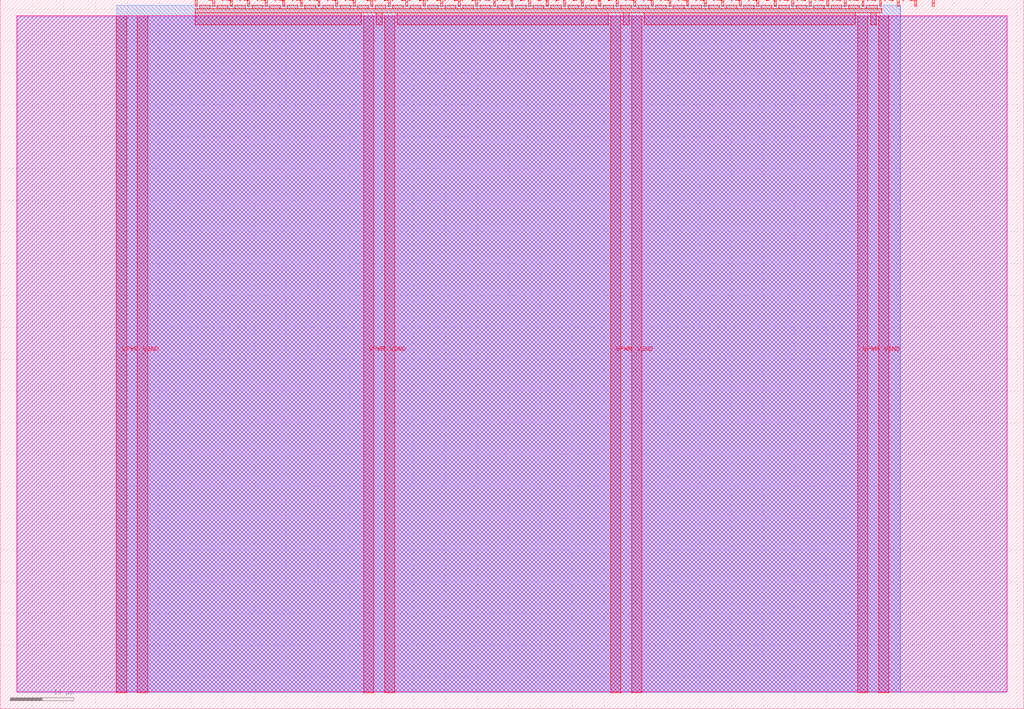
<source format=lef>
VERSION 5.7 ;
  NOWIREEXTENSIONATPIN ON ;
  DIVIDERCHAR "/" ;
  BUSBITCHARS "[]" ;
MACRO tt_um_wokwi_445255067501843457
  CLASS BLOCK ;
  FOREIGN tt_um_wokwi_445255067501843457 ;
  ORIGIN 0.000 0.000 ;
  SIZE 161.000 BY 111.520 ;
  PIN VGND
    DIRECTION INOUT ;
    USE GROUND ;
    PORT
      LAYER met4 ;
        RECT 21.580 2.480 23.180 109.040 ;
    END
    PORT
      LAYER met4 ;
        RECT 60.450 2.480 62.050 109.040 ;
    END
    PORT
      LAYER met4 ;
        RECT 99.320 2.480 100.920 109.040 ;
    END
    PORT
      LAYER met4 ;
        RECT 138.190 2.480 139.790 109.040 ;
    END
  END VGND
  PIN VPWR
    DIRECTION INOUT ;
    USE POWER ;
    PORT
      LAYER met4 ;
        RECT 18.280 2.480 19.880 109.040 ;
    END
    PORT
      LAYER met4 ;
        RECT 57.150 2.480 58.750 109.040 ;
    END
    PORT
      LAYER met4 ;
        RECT 96.020 2.480 97.620 109.040 ;
    END
    PORT
      LAYER met4 ;
        RECT 134.890 2.480 136.490 109.040 ;
    END
  END VPWR
  PIN clk
    DIRECTION INPUT ;
    USE SIGNAL ;
    PORT
      LAYER met4 ;
        RECT 143.830 110.520 144.130 111.520 ;
    END
  END clk
  PIN ena
    DIRECTION INPUT ;
    USE SIGNAL ;
    PORT
      LAYER met4 ;
        RECT 146.590 110.520 146.890 111.520 ;
    END
  END ena
  PIN rst_n
    DIRECTION INPUT ;
    USE SIGNAL ;
    PORT
      LAYER met4 ;
        RECT 141.070 110.520 141.370 111.520 ;
    END
  END rst_n
  PIN ui_in[0]
    DIRECTION INPUT ;
    USE SIGNAL ;
    ANTENNAGATEAREA 0.196500 ;
    PORT
      LAYER met4 ;
        RECT 138.310 110.520 138.610 111.520 ;
    END
  END ui_in[0]
  PIN ui_in[1]
    DIRECTION INPUT ;
    USE SIGNAL ;
    ANTENNAGATEAREA 0.196500 ;
    PORT
      LAYER met4 ;
        RECT 135.550 110.520 135.850 111.520 ;
    END
  END ui_in[1]
  PIN ui_in[2]
    DIRECTION INPUT ;
    USE SIGNAL ;
    ANTENNAGATEAREA 0.196500 ;
    PORT
      LAYER met4 ;
        RECT 132.790 110.520 133.090 111.520 ;
    END
  END ui_in[2]
  PIN ui_in[3]
    DIRECTION INPUT ;
    USE SIGNAL ;
    ANTENNAGATEAREA 0.196500 ;
    PORT
      LAYER met4 ;
        RECT 130.030 110.520 130.330 111.520 ;
    END
  END ui_in[3]
  PIN ui_in[4]
    DIRECTION INPUT ;
    USE SIGNAL ;
    ANTENNAGATEAREA 0.196500 ;
    PORT
      LAYER met4 ;
        RECT 127.270 110.520 127.570 111.520 ;
    END
  END ui_in[4]
  PIN ui_in[5]
    DIRECTION INPUT ;
    USE SIGNAL ;
    ANTENNAGATEAREA 0.196500 ;
    PORT
      LAYER met4 ;
        RECT 124.510 110.520 124.810 111.520 ;
    END
  END ui_in[5]
  PIN ui_in[6]
    DIRECTION INPUT ;
    USE SIGNAL ;
    ANTENNAGATEAREA 0.196500 ;
    PORT
      LAYER met4 ;
        RECT 121.750 110.520 122.050 111.520 ;
    END
  END ui_in[6]
  PIN ui_in[7]
    DIRECTION INPUT ;
    USE SIGNAL ;
    ANTENNAGATEAREA 0.196500 ;
    PORT
      LAYER met4 ;
        RECT 118.990 110.520 119.290 111.520 ;
    END
  END ui_in[7]
  PIN uio_in[0]
    DIRECTION INPUT ;
    USE SIGNAL ;
    PORT
      LAYER met4 ;
        RECT 116.230 110.520 116.530 111.520 ;
    END
  END uio_in[0]
  PIN uio_in[1]
    DIRECTION INPUT ;
    USE SIGNAL ;
    PORT
      LAYER met4 ;
        RECT 113.470 110.520 113.770 111.520 ;
    END
  END uio_in[1]
  PIN uio_in[2]
    DIRECTION INPUT ;
    USE SIGNAL ;
    PORT
      LAYER met4 ;
        RECT 110.710 110.520 111.010 111.520 ;
    END
  END uio_in[2]
  PIN uio_in[3]
    DIRECTION INPUT ;
    USE SIGNAL ;
    PORT
      LAYER met4 ;
        RECT 107.950 110.520 108.250 111.520 ;
    END
  END uio_in[3]
  PIN uio_in[4]
    DIRECTION INPUT ;
    USE SIGNAL ;
    PORT
      LAYER met4 ;
        RECT 105.190 110.520 105.490 111.520 ;
    END
  END uio_in[4]
  PIN uio_in[5]
    DIRECTION INPUT ;
    USE SIGNAL ;
    PORT
      LAYER met4 ;
        RECT 102.430 110.520 102.730 111.520 ;
    END
  END uio_in[5]
  PIN uio_in[6]
    DIRECTION INPUT ;
    USE SIGNAL ;
    PORT
      LAYER met4 ;
        RECT 99.670 110.520 99.970 111.520 ;
    END
  END uio_in[6]
  PIN uio_in[7]
    DIRECTION INPUT ;
    USE SIGNAL ;
    PORT
      LAYER met4 ;
        RECT 96.910 110.520 97.210 111.520 ;
    END
  END uio_in[7]
  PIN uio_oe[0]
    DIRECTION OUTPUT ;
    USE SIGNAL ;
    PORT
      LAYER met4 ;
        RECT 49.990 110.520 50.290 111.520 ;
    END
  END uio_oe[0]
  PIN uio_oe[1]
    DIRECTION OUTPUT ;
    USE SIGNAL ;
    PORT
      LAYER met4 ;
        RECT 47.230 110.520 47.530 111.520 ;
    END
  END uio_oe[1]
  PIN uio_oe[2]
    DIRECTION OUTPUT ;
    USE SIGNAL ;
    PORT
      LAYER met4 ;
        RECT 44.470 110.520 44.770 111.520 ;
    END
  END uio_oe[2]
  PIN uio_oe[3]
    DIRECTION OUTPUT ;
    USE SIGNAL ;
    PORT
      LAYER met4 ;
        RECT 41.710 110.520 42.010 111.520 ;
    END
  END uio_oe[3]
  PIN uio_oe[4]
    DIRECTION OUTPUT ;
    USE SIGNAL ;
    PORT
      LAYER met4 ;
        RECT 38.950 110.520 39.250 111.520 ;
    END
  END uio_oe[4]
  PIN uio_oe[5]
    DIRECTION OUTPUT ;
    USE SIGNAL ;
    PORT
      LAYER met4 ;
        RECT 36.190 110.520 36.490 111.520 ;
    END
  END uio_oe[5]
  PIN uio_oe[6]
    DIRECTION OUTPUT ;
    USE SIGNAL ;
    PORT
      LAYER met4 ;
        RECT 33.430 110.520 33.730 111.520 ;
    END
  END uio_oe[6]
  PIN uio_oe[7]
    DIRECTION OUTPUT ;
    USE SIGNAL ;
    PORT
      LAYER met4 ;
        RECT 30.670 110.520 30.970 111.520 ;
    END
  END uio_oe[7]
  PIN uio_out[0]
    DIRECTION OUTPUT ;
    USE SIGNAL ;
    PORT
      LAYER met4 ;
        RECT 72.070 110.520 72.370 111.520 ;
    END
  END uio_out[0]
  PIN uio_out[1]
    DIRECTION OUTPUT ;
    USE SIGNAL ;
    PORT
      LAYER met4 ;
        RECT 69.310 110.520 69.610 111.520 ;
    END
  END uio_out[1]
  PIN uio_out[2]
    DIRECTION OUTPUT ;
    USE SIGNAL ;
    PORT
      LAYER met4 ;
        RECT 66.550 110.520 66.850 111.520 ;
    END
  END uio_out[2]
  PIN uio_out[3]
    DIRECTION OUTPUT ;
    USE SIGNAL ;
    PORT
      LAYER met4 ;
        RECT 63.790 110.520 64.090 111.520 ;
    END
  END uio_out[3]
  PIN uio_out[4]
    DIRECTION OUTPUT ;
    USE SIGNAL ;
    PORT
      LAYER met4 ;
        RECT 61.030 110.520 61.330 111.520 ;
    END
  END uio_out[4]
  PIN uio_out[5]
    DIRECTION OUTPUT ;
    USE SIGNAL ;
    PORT
      LAYER met4 ;
        RECT 58.270 110.520 58.570 111.520 ;
    END
  END uio_out[5]
  PIN uio_out[6]
    DIRECTION OUTPUT ;
    USE SIGNAL ;
    PORT
      LAYER met4 ;
        RECT 55.510 110.520 55.810 111.520 ;
    END
  END uio_out[6]
  PIN uio_out[7]
    DIRECTION OUTPUT ;
    USE SIGNAL ;
    PORT
      LAYER met4 ;
        RECT 52.750 110.520 53.050 111.520 ;
    END
  END uio_out[7]
  PIN uo_out[0]
    DIRECTION OUTPUT ;
    USE SIGNAL ;
    ANTENNADIFFAREA 0.445500 ;
    PORT
      LAYER met4 ;
        RECT 94.150 110.520 94.450 111.520 ;
    END
  END uo_out[0]
  PIN uo_out[1]
    DIRECTION OUTPUT ;
    USE SIGNAL ;
    ANTENNADIFFAREA 0.445500 ;
    PORT
      LAYER met4 ;
        RECT 91.390 110.520 91.690 111.520 ;
    END
  END uo_out[1]
  PIN uo_out[2]
    DIRECTION OUTPUT ;
    USE SIGNAL ;
    ANTENNADIFFAREA 0.445500 ;
    PORT
      LAYER met4 ;
        RECT 88.630 110.520 88.930 111.520 ;
    END
  END uo_out[2]
  PIN uo_out[3]
    DIRECTION OUTPUT ;
    USE SIGNAL ;
    ANTENNADIFFAREA 0.445500 ;
    PORT
      LAYER met4 ;
        RECT 85.870 110.520 86.170 111.520 ;
    END
  END uo_out[3]
  PIN uo_out[4]
    DIRECTION OUTPUT ;
    USE SIGNAL ;
    ANTENNADIFFAREA 0.445500 ;
    PORT
      LAYER met4 ;
        RECT 83.110 110.520 83.410 111.520 ;
    END
  END uo_out[4]
  PIN uo_out[5]
    DIRECTION OUTPUT ;
    USE SIGNAL ;
    ANTENNADIFFAREA 0.445500 ;
    PORT
      LAYER met4 ;
        RECT 80.350 110.520 80.650 111.520 ;
    END
  END uo_out[5]
  PIN uo_out[6]
    DIRECTION OUTPUT ;
    USE SIGNAL ;
    ANTENNADIFFAREA 0.445500 ;
    PORT
      LAYER met4 ;
        RECT 77.590 110.520 77.890 111.520 ;
    END
  END uo_out[6]
  PIN uo_out[7]
    DIRECTION OUTPUT ;
    USE SIGNAL ;
    ANTENNADIFFAREA 0.445500 ;
    PORT
      LAYER met4 ;
        RECT 74.830 110.520 75.130 111.520 ;
    END
  END uo_out[7]
  OBS
      LAYER nwell ;
        RECT 2.570 2.635 158.430 108.990 ;
      LAYER li1 ;
        RECT 2.760 2.635 158.240 108.885 ;
      LAYER met1 ;
        RECT 2.760 2.480 158.240 109.040 ;
      LAYER met2 ;
        RECT 18.310 2.535 141.590 110.685 ;
      LAYER met3 ;
        RECT 18.290 2.555 141.615 110.665 ;
      LAYER met4 ;
        RECT 31.370 110.120 33.030 110.665 ;
        RECT 34.130 110.120 35.790 110.665 ;
        RECT 36.890 110.120 38.550 110.665 ;
        RECT 39.650 110.120 41.310 110.665 ;
        RECT 42.410 110.120 44.070 110.665 ;
        RECT 45.170 110.120 46.830 110.665 ;
        RECT 47.930 110.120 49.590 110.665 ;
        RECT 50.690 110.120 52.350 110.665 ;
        RECT 53.450 110.120 55.110 110.665 ;
        RECT 56.210 110.120 57.870 110.665 ;
        RECT 58.970 110.120 60.630 110.665 ;
        RECT 61.730 110.120 63.390 110.665 ;
        RECT 64.490 110.120 66.150 110.665 ;
        RECT 67.250 110.120 68.910 110.665 ;
        RECT 70.010 110.120 71.670 110.665 ;
        RECT 72.770 110.120 74.430 110.665 ;
        RECT 75.530 110.120 77.190 110.665 ;
        RECT 78.290 110.120 79.950 110.665 ;
        RECT 81.050 110.120 82.710 110.665 ;
        RECT 83.810 110.120 85.470 110.665 ;
        RECT 86.570 110.120 88.230 110.665 ;
        RECT 89.330 110.120 90.990 110.665 ;
        RECT 92.090 110.120 93.750 110.665 ;
        RECT 94.850 110.120 96.510 110.665 ;
        RECT 97.610 110.120 99.270 110.665 ;
        RECT 100.370 110.120 102.030 110.665 ;
        RECT 103.130 110.120 104.790 110.665 ;
        RECT 105.890 110.120 107.550 110.665 ;
        RECT 108.650 110.120 110.310 110.665 ;
        RECT 111.410 110.120 113.070 110.665 ;
        RECT 114.170 110.120 115.830 110.665 ;
        RECT 116.930 110.120 118.590 110.665 ;
        RECT 119.690 110.120 121.350 110.665 ;
        RECT 122.450 110.120 124.110 110.665 ;
        RECT 125.210 110.120 126.870 110.665 ;
        RECT 127.970 110.120 129.630 110.665 ;
        RECT 130.730 110.120 132.390 110.665 ;
        RECT 133.490 110.120 135.150 110.665 ;
        RECT 136.250 110.120 137.910 110.665 ;
        RECT 30.655 109.440 138.625 110.120 ;
        RECT 30.655 107.615 56.750 109.440 ;
        RECT 59.150 107.615 60.050 109.440 ;
        RECT 62.450 107.615 95.620 109.440 ;
        RECT 98.020 107.615 98.920 109.440 ;
        RECT 101.320 107.615 134.490 109.440 ;
        RECT 136.890 107.615 137.790 109.440 ;
  END
END tt_um_wokwi_445255067501843457
END LIBRARY


</source>
